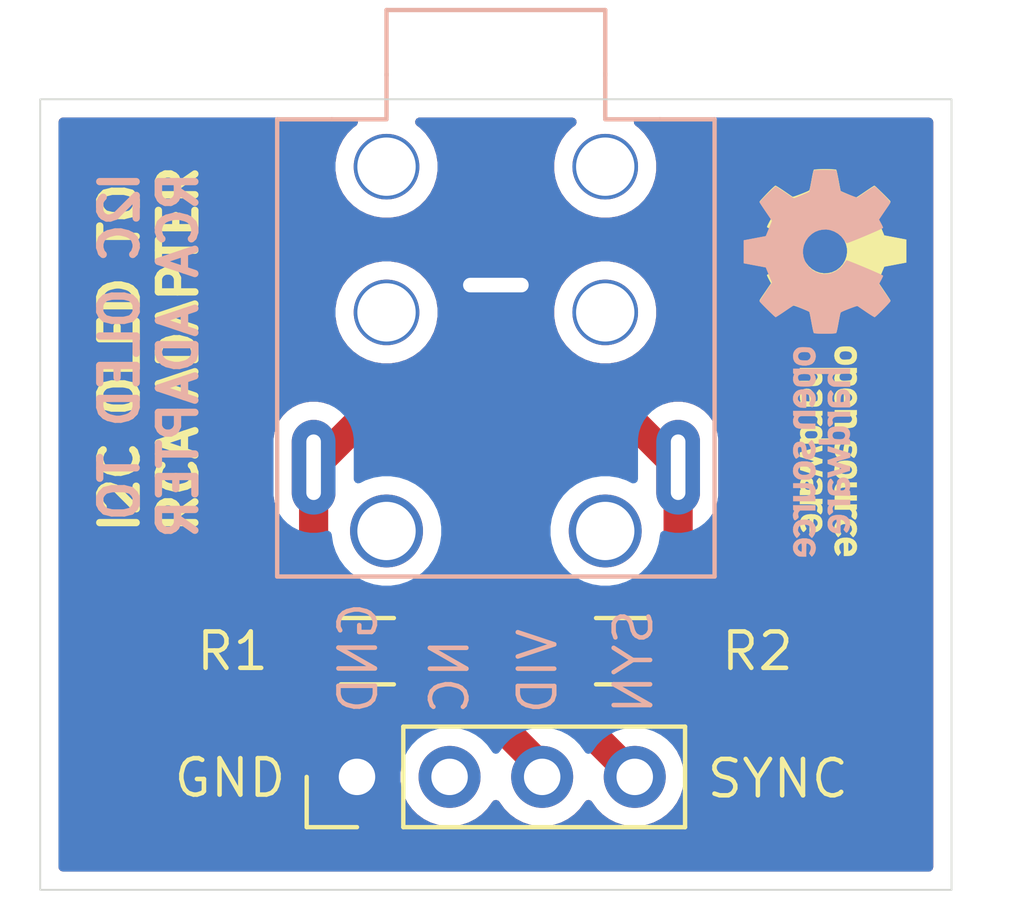
<source format=kicad_pcb>
(kicad_pcb (version 20241229) (generator "pcbnew") (generator_version "9.0")
  (layers (0 "F.Cu" signal) (2 "B.Cu" signal) (13 "F.Paste" user) (15 "B.Paste" user) (5 "F.SilkS" user "F.Silkscreen") (7 "B.SilkS" user "B.Silkscreen") (1 "F.Mask" user) (3 "B.Mask" user) (25 "Edge.Cuts" user))
  (net 0 "")
  (net 1 "GND")
  (net 3 "SYNC")
  (net 4 "VIDEO_BB")
  (net 5 "Net-(J2-Pad2)")
  (footprint "Resistor_SMD:R_1206_3216Metric_Pad1.30x1.75mm_HandSolder" (layer "F.Cu") (at 97.2 56.3)
    (property "Reference" "R2" (at 3.7 0 180) (layer "F.SilkS") (effects (font (thickness 0.125))))
    (property "Value" "330" (hide yes))
    (pad "1" smd roundrect (at -1.55 0) (size 1.3 1.75) (layers "F.Cu" "F.Mask" "F.Paste") (roundrect_rratio 0.192308) (net 3 "SYNC"))
    (pad "2" smd roundrect (at 1.55 0) (size 1.3 1.75) (layers "F.Cu" "F.Mask" "F.Paste") (roundrect_rratio 0.192308) (net 5 "Net-(J2-Pad2)"))
  )
  (footprint "Resistor_SMD:R_1206_3216Metric_Pad1.30x1.75mm_HandSolder" (layer "F.Cu") (at 90.2 56.3 180)
    (property "Reference" "R1" (at 3.7 0 180) (layer "F.SilkS") (effects (font (thickness 0.125))))
    (property "Value" "680" (hide yes))
    (pad "1" smd roundrect (at -1.55 0 180) (size 1.3 1.75) (layers "F.Cu" "F.Mask" "F.Paste") (roundrect_rratio 0.192308) (net 4 "VIDEO_BB"))
    (pad "2" smd roundrect (at 1.55 0 180) (size 1.3 1.75) (layers "F.Cu" "F.Mask" "F.Paste") (roundrect_rratio 0.192308) (net 5 "Net-(J2-Pad2)"))
  )
  (footprint "Symbol:OSHW-Logo_5.7x6mm_SilkScreen" (layer "F.Cu") (at 101.97 45.31 -90)
    (property "Reference" "REF**" (hide yes))
    (property "Value" "OSHW-Logo_5.7x6mm_SilkScreen" (hide yes))
  )
  (footprint "Connector_PinHeader_2.54mm:PinHeader_1x04_P2.54mm_Vertical" (layer "F.Cu") (at 89.915 59.75 90)
    (property "Reference" "J1" (hide yes))
    (property "Value" "Conn_01x04" (hide yes))
    (pad "1" thru_hole rect (at 0 0 90) (size 1.7 1.7) (drill 1) (layers "*.Cu" "*.Mask") (net 1 "GND"))
    (pad "2" thru_hole circle (at 0 2.54 90) (size 1.7 1.7) (drill 1) (layers "*.Cu" "*.Mask"))
    (pad "3" thru_hole circle (at 0 5.08 90) (size 1.7 1.7) (drill 1) (layers "*.Cu" "*.Mask") (net 4 "VIDEO_BB"))
    (pad "4" thru_hole circle (at 0 7.62 90) (size 1.7 1.7) (drill 1) (layers "*.Cu" "*.Mask") (net 3 "SYNC"))
  )
  (footprint "Symbol:OSHW-Logo_5.7x6mm_SilkScreen" (layer "B.Cu") (at 103.54 45.33 -90)
    (property "Reference" "REF**" (hide yes))
    (property "Value" "OSHW-Logo_5.7x6mm_SilkScreen" (hide yes))
  )
  (footprint "rca:RS-162-DD" (layer "B.Cu") (at 93.725 45)
    (property "Reference" "J2" (hide yes))
    (property "Value" "RS-162-DD" (hide yes))
    (pad "" np_thru_hole circle (at -3 -2) (size 1.8 1.8) (drill 1.6) (layers "*.Cu" "*.Mask"))
    (pad "" np_thru_hole circle (at -3 2) (size 1.8 1.8) (drill 1.6) (layers "*.Cu" "*.Mask"))
    (pad "" np_thru_hole circle (at -3 8) (size 2 2) (drill 1.6) (layers "*.Cu" "*.Mask"))
    (pad "" np_thru_hole circle (at 3 -2) (size 1.8 1.8) (drill 1.6) (layers "*.Cu" "*.Mask"))
    (pad "" np_thru_hole circle (at 3 2) (size 1.8 1.8) (drill 1.6) (layers "*.Cu" "*.Mask"))
    (pad "" np_thru_hole circle (at 3 8) (size 2 2) (drill 1.6) (layers "*.Cu" "*.Mask"))
    (pad "2" thru_hole oval (at 5 6.25 180) (size 1.2 2.6) (drill oval 0.4 1.8) (layers "*.Cu" "*.Mask") (net 5 "Net-(J2-Pad2)"))
    (pad "3" thru_hole oval (at -5 6.25) (size 1.2 2.6) (drill oval 0.4 1.8) (layers "*.Cu" "*.Mask") (net 5 "Net-(J2-Pad2)"))
    (pad "4" thru_hole oval (at 0 1.25) (size 2.6 1.2) (drill oval 1.8 0.4) (layers "*.Cu" "*.Mask") (net 1 "GND"))
  )
  (gr_rect (start 81.225 41.15) (end 106.225 62.85) (stroke (width 0.05)) (fill no) (layer "Edge.Cuts"))
  (gr_text "I2C OLED TO\nRCA ADAPTER" (at 84.21 53.14 90) (layer "F.SilkS") (effects (font (size 1 1) (thickness 0.2) (bold yes)) (justify left)))
  (gr_text "SYNC" (at 101.46 59.8 0) (layer "F.SilkS") (effects (font (size 1 1) (thickness 0.125))))
  (gr_text "GND" (at 86.43 59.78 0) (layer "F.SilkS") (effects (font (size 1 1) (thickness 0.125))))
  (gr_text "NC" (at 92.46 56.992857 90) (layer "B.SilkS") (effects (font (size 1 1) (thickness 0.125)) (justify mirror)))
  (gr_text "VID" (at 94.87 56.85 90) (layer "B.SilkS") (effects (font (size 1 1) (thickness 0.125)) (justify mirror)))
  (gr_text "I2C OLED TO\nRCA ADAPTER" (at 84.21 43.04 90) (layer "B.SilkS") (effects (font (size 1 1) (thickness 0.2) (bold yes)) (justify left mirror)))
  (gr_text "GND" (at 89.95 54.881547 90) (layer "B.SilkS") (effects (font (size 1 1) (thickness 0.125)) (justify left mirror)))
  (gr_text "SYN" (at 97.5 56.588095 90) (layer "B.SilkS") (effects (font (size 1 1) (thickness 0.125)) (justify mirror)))
  (segment (start 95.7 57.915) (end 95.7 56.35) (width 0.8) (layer "F.Cu") (net 3))
  (segment (start 97.535 59.75) (end 95.7 57.915) (width 0.8) (layer "F.Cu") (net 3))
  (segment (start 95.7 56.35) (end 95.65 56.3) (width 0.8) (layer "F.Cu") (net 3))
  (segment (start 95 59.745) (end 94.995 59.75) (width 0.8) (layer "F.Cu") (net 4))
  (segment (start 95 59.5) (end 95 59.745) (width 0.8) (layer "F.Cu") (net 4))
  (segment (start 91.85 56.35) (end 95 59.5) (width 0.8) (layer "F.Cu") (net 4))
  (segment (start 91.85 56.3) (end 91.85 56.35) (width 0.8) (layer "F.Cu") (net 4))
  (segment (start 88.725 56.275) (end 88.75 56.3) (width 0.8) (layer "F.Cu") (net 5))
  (segment (start 88.725 51.25) (end 90.275 49.7) (width 0.8) (layer "F.Cu") (net 5))
  (segment (start 90.275 49.7) (end 97.175 49.7) (width 0.8) (layer "F.Cu") (net 5))
  (segment (start 88.725 51.25) (end 88.725 56.275) (width 0.8) (layer "F.Cu") (net 5))
  (segment (start 98.725 56.275) (end 98.75 56.3) (width 0.8) (layer "F.Cu") (net 5))
  (segment (start 97.175 49.7) (end 98.725 51.25) (width 0.8) (layer "F.Cu") (net 5))
  (segment (start 98.725 51.25) (end 98.725 56.275) (width 0.8) (layer "F.Cu") (net 5))
  (zone (net 0) (net_name "") (layer "F.Cu") (connect_pads (clearance 0)) (min_thickness 0.25)
    (keepout (tracks allowed) (vias allowed) (pads allowed) (copperpour not_allowed) (footprints allowed))
    (fill (thermal_gap 0.5) (thermal_bridge_width 0.5))
    (polygon (pts (xy 89.5 54.1) (xy 89.5 57.7) (xy 91.2 57.7) (xy 91.2 59.2) (xy 98.7 59.2) (xy 98.8 54.1) (xy 91.2 54.2) (xy 89.6 54)))
  )
  (zone (net 1) (net_name "GND") (layers "F.Cu" "B.Cu") (connect_pads (clearance 0.5)) (min_thickness 0.25) (fill yes (thermal_gap 0.5) (thermal_bridge_width 0.5))
    (polygon (pts (xy 108.021238 40.389478) (xy 80.121238 40.739478) (xy 80.321238 63.339478) (xy 108.221238 63.289478)))
  )
)
</source>
